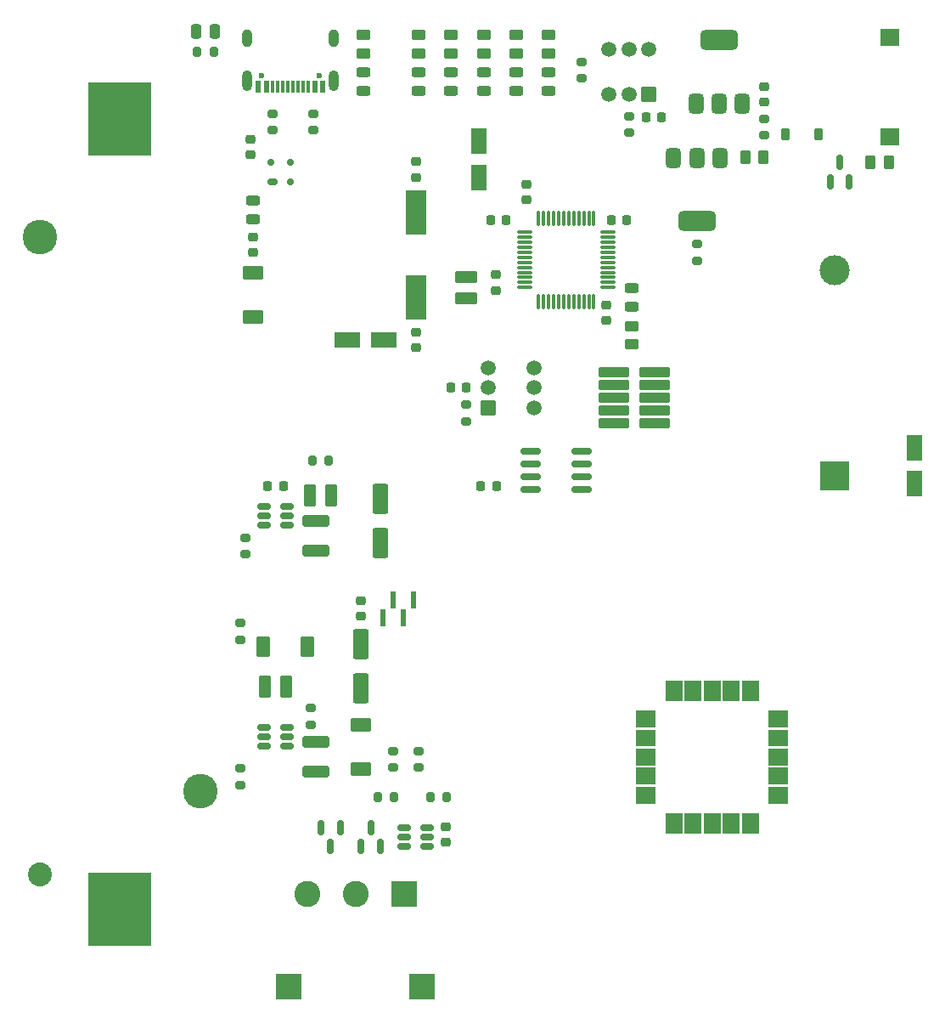
<source format=gbr>
%TF.GenerationSoftware,KiCad,Pcbnew,9.0.0*%
%TF.CreationDate,2025-04-07T01:58:01+02:00*%
%TF.ProjectId,Mastersthesis,4d617374-6572-4737-9468-657369732e6b,0*%
%TF.SameCoordinates,Original*%
%TF.FileFunction,Soldermask,Top*%
%TF.FilePolarity,Negative*%
%FSLAX46Y46*%
G04 Gerber Fmt 4.6, Leading zero omitted, Abs format (unit mm)*
G04 Created by KiCad (PCBNEW 9.0.0) date 2025-04-07 01:58:02*
%MOMM*%
%LPD*%
G01*
G04 APERTURE LIST*
G04 Aperture macros list*
%AMRoundRect*
0 Rectangle with rounded corners*
0 $1 Rounding radius*
0 $2 $3 $4 $5 $6 $7 $8 $9 X,Y pos of 4 corners*
0 Add a 4 corners polygon primitive as box body*
4,1,4,$2,$3,$4,$5,$6,$7,$8,$9,$2,$3,0*
0 Add four circle primitives for the rounded corners*
1,1,$1+$1,$2,$3*
1,1,$1+$1,$4,$5*
1,1,$1+$1,$6,$7*
1,1,$1+$1,$8,$9*
0 Add four rect primitives between the rounded corners*
20,1,$1+$1,$2,$3,$4,$5,0*
20,1,$1+$1,$4,$5,$6,$7,0*
20,1,$1+$1,$6,$7,$8,$9,0*
20,1,$1+$1,$8,$9,$2,$3,0*%
G04 Aperture macros list end*
%ADD10C,0.010000*%
%ADD11RoundRect,0.250000X-0.450000X0.262500X-0.450000X-0.262500X0.450000X-0.262500X0.450000X0.262500X0*%
%ADD12RoundRect,0.102000X0.654000X0.654000X-0.654000X0.654000X-0.654000X-0.654000X0.654000X-0.654000X0*%
%ADD13C,1.512000*%
%ADD14RoundRect,0.150000X-0.150000X0.587500X-0.150000X-0.587500X0.150000X-0.587500X0.150000X0.587500X0*%
%ADD15RoundRect,0.225000X0.225000X0.250000X-0.225000X0.250000X-0.225000X-0.250000X0.225000X-0.250000X0*%
%ADD16RoundRect,0.250000X0.550000X-1.050000X0.550000X1.050000X-0.550000X1.050000X-0.550000X-1.050000X0*%
%ADD17RoundRect,0.250000X-0.375000X-0.850000X0.375000X-0.850000X0.375000X0.850000X-0.375000X0.850000X0*%
%ADD18R,0.600000X1.750000*%
%ADD19RoundRect,0.225000X-0.250000X0.225000X-0.250000X-0.225000X0.250000X-0.225000X0.250000X0.225000X0*%
%ADD20RoundRect,0.243750X0.456250X-0.243750X0.456250X0.243750X-0.456250X0.243750X-0.456250X-0.243750X0*%
%ADD21RoundRect,0.200000X0.200000X0.275000X-0.200000X0.275000X-0.200000X-0.275000X0.200000X-0.275000X0*%
%ADD22RoundRect,0.200000X-0.275000X0.200000X-0.275000X-0.200000X0.275000X-0.200000X0.275000X0.200000X0*%
%ADD23RoundRect,0.200000X0.275000X-0.200000X0.275000X0.200000X-0.275000X0.200000X-0.275000X-0.200000X0*%
%ADD24RoundRect,0.243750X-0.456250X0.243750X-0.456250X-0.243750X0.456250X-0.243750X0.456250X0.243750X0*%
%ADD25RoundRect,0.250000X1.050000X0.550000X-1.050000X0.550000X-1.050000X-0.550000X1.050000X-0.550000X0*%
%ADD26RoundRect,0.250000X1.100000X-0.325000X1.100000X0.325000X-1.100000X0.325000X-1.100000X-0.325000X0*%
%ADD27RoundRect,0.375000X-0.375000X0.625000X-0.375000X-0.625000X0.375000X-0.625000X0.375000X0.625000X0*%
%ADD28RoundRect,0.500000X-1.400000X0.500000X-1.400000X-0.500000X1.400000X-0.500000X1.400000X0.500000X0*%
%ADD29RoundRect,0.225000X-0.225000X-0.250000X0.225000X-0.250000X0.225000X0.250000X-0.225000X0.250000X0*%
%ADD30RoundRect,0.250000X0.262500X0.450000X-0.262500X0.450000X-0.262500X-0.450000X0.262500X-0.450000X0*%
%ADD31C,0.600000*%
%ADD32R,0.600000X1.240000*%
%ADD33R,0.300000X1.240000*%
%ADD34O,1.000000X2.100000*%
%ADD35O,1.000000X1.800000*%
%ADD36RoundRect,0.150000X0.150000X-0.587500X0.150000X0.587500X-0.150000X0.587500X-0.150000X-0.587500X0*%
%ADD37RoundRect,0.225000X0.250000X-0.225000X0.250000X0.225000X-0.250000X0.225000X-0.250000X-0.225000X0*%
%ADD38RoundRect,0.102000X0.654000X-0.654000X0.654000X0.654000X-0.654000X0.654000X-0.654000X-0.654000X0*%
%ADD39RoundRect,0.075000X-0.662500X-0.075000X0.662500X-0.075000X0.662500X0.075000X-0.662500X0.075000X0*%
%ADD40RoundRect,0.075000X-0.075000X-0.662500X0.075000X-0.662500X0.075000X0.662500X-0.075000X0.662500X0*%
%ADD41RoundRect,0.250000X0.375000X0.850000X-0.375000X0.850000X-0.375000X-0.850000X0.375000X-0.850000X0*%
%ADD42RoundRect,0.250000X-0.262500X-0.450000X0.262500X-0.450000X0.262500X0.450000X-0.262500X0.450000X0*%
%ADD43RoundRect,0.225000X-0.225000X-0.375000X0.225000X-0.375000X0.225000X0.375000X-0.225000X0.375000X0*%
%ADD44RoundRect,0.250000X0.450000X-0.262500X0.450000X0.262500X-0.450000X0.262500X-0.450000X-0.262500X0*%
%ADD45R,2.000000X4.500000*%
%ADD46RoundRect,0.175000X0.325000X-0.175000X0.325000X0.175000X-0.325000X0.175000X-0.325000X-0.175000X0*%
%ADD47RoundRect,0.150000X0.150000X-0.200000X0.150000X0.200000X-0.150000X0.200000X-0.150000X-0.200000X0*%
%ADD48RoundRect,0.162500X0.825000X0.162500X-0.825000X0.162500X-0.825000X-0.162500X0.825000X-0.162500X0*%
%ADD49RoundRect,0.102000X-1.395000X0.370000X-1.395000X-0.370000X1.395000X-0.370000X1.395000X0.370000X0*%
%ADD50RoundRect,0.218750X-0.256250X0.218750X-0.256250X-0.218750X0.256250X-0.218750X0.256250X0.218750X0*%
%ADD51RoundRect,0.250000X-0.550000X1.250000X-0.550000X-1.250000X0.550000X-1.250000X0.550000X1.250000X0*%
%ADD52RoundRect,0.250000X0.800000X-0.450000X0.800000X0.450000X-0.800000X0.450000X-0.800000X-0.450000X0*%
%ADD53RoundRect,0.150000X-0.512500X-0.150000X0.512500X-0.150000X0.512500X0.150000X-0.512500X0.150000X0*%
%ADD54RoundRect,0.102000X0.850000X0.750000X-0.850000X0.750000X-0.850000X-0.750000X0.850000X-0.750000X0*%
%ADD55RoundRect,0.200000X-0.200000X-0.275000X0.200000X-0.275000X0.200000X0.275000X-0.200000X0.275000X0*%
%ADD56R,2.600000X2.600000*%
%ADD57C,2.600000*%
%ADD58RoundRect,0.250000X0.250000X0.475000X-0.250000X0.475000X-0.250000X-0.475000X0.250000X-0.475000X0*%
%ADD59R,3.000000X3.000000*%
%ADD60C,3.000000*%
%ADD61RoundRect,0.250000X-0.850000X0.375000X-0.850000X-0.375000X0.850000X-0.375000X0.850000X0.375000X0*%
%ADD62RoundRect,0.250000X0.450000X0.800000X-0.450000X0.800000X-0.450000X-0.800000X0.450000X-0.800000X0*%
%ADD63RoundRect,0.250000X-0.800000X0.450000X-0.800000X-0.450000X0.800000X-0.450000X0.800000X0.450000X0*%
%ADD64C,2.390000*%
%ADD65C,3.450000*%
%ADD66R,6.350000X7.340000*%
%ADD67RoundRect,0.375000X0.375000X-0.625000X0.375000X0.625000X-0.375000X0.625000X-0.375000X-0.625000X0*%
%ADD68RoundRect,0.500000X1.400000X-0.500000X1.400000X0.500000X-1.400000X0.500000X-1.400000X-0.500000X0*%
G04 APERTURE END LIST*
D10*
%TO.C,U5*%
X138850000Y-111500000D02*
X136950000Y-111500000D01*
X136950000Y-109900000D01*
X138850000Y-109900000D01*
X138850000Y-111500000D01*
G36*
X138850000Y-111500000D02*
G01*
X136950000Y-111500000D01*
X136950000Y-109900000D01*
X138850000Y-109900000D01*
X138850000Y-111500000D01*
G37*
X138850000Y-113400000D02*
X136950000Y-113400000D01*
X136950000Y-111800000D01*
X138850000Y-111800000D01*
X138850000Y-113400000D01*
G36*
X138850000Y-113400000D02*
G01*
X136950000Y-113400000D01*
X136950000Y-111800000D01*
X138850000Y-111800000D01*
X138850000Y-113400000D01*
G37*
X138850000Y-115300000D02*
X136950000Y-115300000D01*
X136950000Y-113700000D01*
X138850000Y-113700000D01*
X138850000Y-115300000D01*
G36*
X138850000Y-115300000D02*
G01*
X136950000Y-115300000D01*
X136950000Y-113700000D01*
X138850000Y-113700000D01*
X138850000Y-115300000D01*
G37*
X138850000Y-117200000D02*
X136950000Y-117200000D01*
X136950000Y-115600000D01*
X138850000Y-115600000D01*
X138850000Y-117200000D01*
G36*
X138850000Y-117200000D02*
G01*
X136950000Y-117200000D01*
X136950000Y-115600000D01*
X138850000Y-115600000D01*
X138850000Y-117200000D01*
G37*
X138850000Y-119100000D02*
X136950000Y-119100000D01*
X136950000Y-117500000D01*
X138850000Y-117500000D01*
X138850000Y-119100000D01*
G36*
X138850000Y-119100000D02*
G01*
X136950000Y-119100000D01*
X136950000Y-117500000D01*
X138850000Y-117500000D01*
X138850000Y-119100000D01*
G37*
X141500000Y-108850000D02*
X139900000Y-108850000D01*
X139900000Y-106950000D01*
X141500000Y-106950000D01*
X141500000Y-108850000D01*
G36*
X141500000Y-108850000D02*
G01*
X139900000Y-108850000D01*
X139900000Y-106950000D01*
X141500000Y-106950000D01*
X141500000Y-108850000D01*
G37*
X141500000Y-122050000D02*
X139900000Y-122050000D01*
X139900000Y-120150000D01*
X141500000Y-120150000D01*
X141500000Y-122050000D01*
G36*
X141500000Y-122050000D02*
G01*
X139900000Y-122050000D01*
X139900000Y-120150000D01*
X141500000Y-120150000D01*
X141500000Y-122050000D01*
G37*
X143400000Y-108850000D02*
X141800000Y-108850000D01*
X141800000Y-106950000D01*
X143400000Y-106950000D01*
X143400000Y-108850000D01*
G36*
X143400000Y-108850000D02*
G01*
X141800000Y-108850000D01*
X141800000Y-106950000D01*
X143400000Y-106950000D01*
X143400000Y-108850000D01*
G37*
X143400000Y-122050000D02*
X141800000Y-122050000D01*
X141800000Y-120150000D01*
X143400000Y-120150000D01*
X143400000Y-122050000D01*
G36*
X143400000Y-122050000D02*
G01*
X141800000Y-122050000D01*
X141800000Y-120150000D01*
X143400000Y-120150000D01*
X143400000Y-122050000D01*
G37*
X145300000Y-108850000D02*
X143700000Y-108850000D01*
X143700000Y-106950000D01*
X145300000Y-106950000D01*
X145300000Y-108850000D01*
G36*
X145300000Y-108850000D02*
G01*
X143700000Y-108850000D01*
X143700000Y-106950000D01*
X145300000Y-106950000D01*
X145300000Y-108850000D01*
G37*
X145300000Y-122050000D02*
X143700000Y-122050000D01*
X143700000Y-120150000D01*
X145300000Y-120150000D01*
X145300000Y-122050000D01*
G36*
X145300000Y-122050000D02*
G01*
X143700000Y-122050000D01*
X143700000Y-120150000D01*
X145300000Y-120150000D01*
X145300000Y-122050000D01*
G37*
X147200000Y-108850000D02*
X145600000Y-108850000D01*
X145600000Y-106950000D01*
X147200000Y-106950000D01*
X147200000Y-108850000D01*
G36*
X147200000Y-108850000D02*
G01*
X145600000Y-108850000D01*
X145600000Y-106950000D01*
X147200000Y-106950000D01*
X147200000Y-108850000D01*
G37*
X147200000Y-122050000D02*
X145600000Y-122050000D01*
X145600000Y-120150000D01*
X147200000Y-120150000D01*
X147200000Y-122050000D01*
G36*
X147200000Y-122050000D02*
G01*
X145600000Y-122050000D01*
X145600000Y-120150000D01*
X147200000Y-120150000D01*
X147200000Y-122050000D01*
G37*
X149100000Y-108850000D02*
X147500000Y-108850000D01*
X147500000Y-106950000D01*
X149100000Y-106950000D01*
X149100000Y-108850000D01*
G36*
X149100000Y-108850000D02*
G01*
X147500000Y-108850000D01*
X147500000Y-106950000D01*
X149100000Y-106950000D01*
X149100000Y-108850000D01*
G37*
X149100000Y-122050000D02*
X147500000Y-122050000D01*
X147500000Y-120150000D01*
X149100000Y-120150000D01*
X149100000Y-122050000D01*
G36*
X149100000Y-122050000D02*
G01*
X147500000Y-122050000D01*
X147500000Y-120150000D01*
X149100000Y-120150000D01*
X149100000Y-122050000D01*
G37*
X152050000Y-111500000D02*
X150150000Y-111500000D01*
X150150000Y-109900000D01*
X152050000Y-109900000D01*
X152050000Y-111500000D01*
G36*
X152050000Y-111500000D02*
G01*
X150150000Y-111500000D01*
X150150000Y-109900000D01*
X152050000Y-109900000D01*
X152050000Y-111500000D01*
G37*
X152050000Y-113400000D02*
X150150000Y-113400000D01*
X150150000Y-111800000D01*
X152050000Y-111800000D01*
X152050000Y-113400000D01*
G36*
X152050000Y-113400000D02*
G01*
X150150000Y-113400000D01*
X150150000Y-111800000D01*
X152050000Y-111800000D01*
X152050000Y-113400000D01*
G37*
X152050000Y-115300000D02*
X150150000Y-115300000D01*
X150150000Y-113700000D01*
X152050000Y-113700000D01*
X152050000Y-115300000D01*
G36*
X152050000Y-115300000D02*
G01*
X150150000Y-115300000D01*
X150150000Y-113700000D01*
X152050000Y-113700000D01*
X152050000Y-115300000D01*
G37*
X152050000Y-117200000D02*
X150150000Y-117200000D01*
X150150000Y-115600000D01*
X152050000Y-115600000D01*
X152050000Y-117200000D01*
G36*
X152050000Y-117200000D02*
G01*
X150150000Y-117200000D01*
X150150000Y-115600000D01*
X152050000Y-115600000D01*
X152050000Y-117200000D01*
G37*
X152050000Y-119100000D02*
X150150000Y-119100000D01*
X150150000Y-117500000D01*
X152050000Y-117500000D01*
X152050000Y-119100000D01*
G36*
X152050000Y-119100000D02*
G01*
X150150000Y-119100000D01*
X150150000Y-117500000D01*
X152050000Y-117500000D01*
X152050000Y-119100000D01*
G37*
%TD*%
D11*
%TO.C,R21*%
X128250000Y-42587500D03*
X128250000Y-44412500D03*
%TD*%
D12*
%TO.C,S1*%
X138250000Y-48500000D03*
D13*
X136250000Y-48500000D03*
X134250000Y-48500000D03*
X138250000Y-44000000D03*
X136250000Y-44000000D03*
X134250000Y-44000000D03*
%TD*%
D14*
%TO.C,Q1*%
X107450000Y-121562500D03*
X105550000Y-121562500D03*
X106500000Y-123437500D03*
%TD*%
D15*
%TO.C,C23*%
X139525000Y-50750000D03*
X137975000Y-50750000D03*
%TD*%
D11*
%TO.C,R26*%
X109750000Y-42587500D03*
X109750000Y-44412500D03*
%TD*%
D16*
%TO.C,C19*%
X164750000Y-87300000D03*
X164750000Y-83700000D03*
%TD*%
D17*
%TO.C,L2*%
X104425000Y-88500000D03*
X106575000Y-88500000D03*
%TD*%
D18*
%TO.C,J2*%
X114750000Y-98875000D03*
X113750000Y-100625000D03*
X112750000Y-98875000D03*
X111750000Y-100625000D03*
%TD*%
D19*
%TO.C,C9*%
X118000000Y-121475000D03*
X118000000Y-123025000D03*
%TD*%
D20*
%TO.C,D6*%
X136500000Y-69687500D03*
X136500000Y-67812500D03*
%TD*%
D21*
%TO.C,R10*%
X112825000Y-118500000D03*
X111175000Y-118500000D03*
%TD*%
D22*
%TO.C,R18*%
X136250000Y-50675000D03*
X136250000Y-52325000D03*
%TD*%
D23*
%TO.C,R13*%
X149750000Y-52575000D03*
X149750000Y-50925000D03*
%TD*%
D24*
%TO.C,D10*%
X118500000Y-46312500D03*
X118500000Y-48187500D03*
%TD*%
D11*
%TO.C,R23*%
X121750000Y-42587500D03*
X121750000Y-44412500D03*
%TD*%
D24*
%TO.C,D9*%
X121750000Y-46312500D03*
X121750000Y-48187500D03*
%TD*%
D25*
%TO.C,C8*%
X111800000Y-73000000D03*
X108200000Y-73000000D03*
%TD*%
D26*
%TO.C,C5*%
X105000000Y-115975000D03*
X105000000Y-113025000D03*
%TD*%
D15*
%TO.C,C16*%
X136025000Y-61000000D03*
X134475000Y-61000000D03*
%TD*%
D27*
%TO.C,Q5*%
X145300000Y-54850000D03*
X143000000Y-54850000D03*
D28*
X143000000Y-61150000D03*
D27*
X140700000Y-54850000D03*
%TD*%
D29*
%TO.C,C2*%
X121475000Y-87500000D03*
X123025000Y-87500000D03*
%TD*%
D30*
%TO.C,R14*%
X149662500Y-54750000D03*
X147837500Y-54750000D03*
%TD*%
D11*
%TO.C,R24*%
X118500000Y-42587500D03*
X118500000Y-44412500D03*
%TD*%
D23*
%TO.C,R9*%
X115250000Y-115575000D03*
X115250000Y-113925000D03*
%TD*%
%TO.C,R8*%
X112740000Y-115575000D03*
X112740000Y-113925000D03*
%TD*%
D24*
%TO.C,D12*%
X109750000Y-46312500D03*
X109750000Y-48187500D03*
%TD*%
D22*
%TO.C,R5*%
X104500000Y-109675000D03*
X104500000Y-111325000D03*
%TD*%
D31*
%TO.C,J3*%
X105390000Y-46605000D03*
X99610000Y-46605000D03*
D32*
X105700000Y-47725000D03*
X104900000Y-47725000D03*
D33*
X103750000Y-47725000D03*
X102750000Y-47725000D03*
X102250000Y-47725000D03*
X101250000Y-47725000D03*
D32*
X100100000Y-47725000D03*
X99300000Y-47725000D03*
X99300000Y-47725000D03*
X100100000Y-47725000D03*
D33*
X100750000Y-47725000D03*
X101750000Y-47725000D03*
X103250000Y-47725000D03*
X104250000Y-47725000D03*
D32*
X104900000Y-47725000D03*
X105700000Y-47725000D03*
D34*
X106820000Y-47125000D03*
D35*
X106820000Y-42925000D03*
D34*
X98180000Y-47125000D03*
D35*
X98180000Y-42925000D03*
%TD*%
D36*
%TO.C,Q3*%
X156300000Y-57187500D03*
X158200000Y-57187500D03*
X157250000Y-55312500D03*
%TD*%
D37*
%TO.C,C21*%
X98500000Y-54525000D03*
X98500000Y-52975000D03*
%TD*%
D15*
%TO.C,C1*%
X101775000Y-87500000D03*
X100225000Y-87500000D03*
%TD*%
D38*
%TO.C,S2*%
X122250000Y-79750000D03*
D13*
X122250000Y-77750000D03*
X122250000Y-75750000D03*
X126750000Y-79750000D03*
X126750000Y-77750000D03*
X126750000Y-75750000D03*
%TD*%
D22*
%TO.C,R17*%
X100750000Y-50425000D03*
X100750000Y-52075000D03*
%TD*%
D29*
%TO.C,C15*%
X122475000Y-61000000D03*
X124025000Y-61000000D03*
%TD*%
D22*
%TO.C,R11*%
X131500000Y-45250000D03*
X131500000Y-46900000D03*
%TD*%
D39*
%TO.C,U4*%
X125837500Y-62250000D03*
X125837500Y-62750000D03*
X125837500Y-63250000D03*
X125837500Y-63750000D03*
X125837500Y-64250000D03*
X125837500Y-64750000D03*
X125837500Y-65250000D03*
X125837500Y-65750000D03*
X125837500Y-66250000D03*
X125837500Y-66750000D03*
X125837500Y-67250000D03*
X125837500Y-67750000D03*
D40*
X127250000Y-69162500D03*
X127750000Y-69162500D03*
X128250000Y-69162500D03*
X128750000Y-69162500D03*
X129250000Y-69162500D03*
X129750000Y-69162500D03*
X130250000Y-69162500D03*
X130750000Y-69162500D03*
X131250000Y-69162500D03*
X131750000Y-69162500D03*
X132250000Y-69162500D03*
X132750000Y-69162500D03*
D39*
X134162500Y-67750000D03*
X134162500Y-67250000D03*
X134162500Y-66750000D03*
X134162500Y-66250000D03*
X134162500Y-65750000D03*
X134162500Y-65250000D03*
X134162500Y-64750000D03*
X134162500Y-64250000D03*
X134162500Y-63750000D03*
X134162500Y-63250000D03*
X134162500Y-62750000D03*
X134162500Y-62250000D03*
D40*
X132750000Y-60837500D03*
X132250000Y-60837500D03*
X131750000Y-60837500D03*
X131250000Y-60837500D03*
X130750000Y-60837500D03*
X130250000Y-60837500D03*
X129750000Y-60837500D03*
X129250000Y-60837500D03*
X128750000Y-60837500D03*
X128250000Y-60837500D03*
X127750000Y-60837500D03*
X127250000Y-60837500D03*
%TD*%
D41*
%TO.C,L1*%
X102075000Y-107500000D03*
X99925000Y-107500000D03*
%TD*%
D11*
%TO.C,R25*%
X115250000Y-42587500D03*
X115250000Y-44412500D03*
%TD*%
D24*
%TO.C,D7*%
X128250000Y-46312500D03*
X128250000Y-48187500D03*
%TD*%
D37*
%TO.C,C14*%
X115000000Y-73775000D03*
X115000000Y-72225000D03*
%TD*%
D42*
%TO.C,R12*%
X160337500Y-55250000D03*
X162162500Y-55250000D03*
%TD*%
D43*
%TO.C,D4*%
X151850000Y-52500000D03*
X155150000Y-52500000D03*
%TD*%
D36*
%TO.C,Q2*%
X109550000Y-123437500D03*
X111450000Y-123437500D03*
X110500000Y-121562500D03*
%TD*%
D16*
%TO.C,C12*%
X121250000Y-56800000D03*
X121250000Y-53200000D03*
%TD*%
D22*
%TO.C,R4*%
X98000000Y-92675000D03*
X98000000Y-94325000D03*
%TD*%
D19*
%TO.C,C11*%
X115000000Y-55225000D03*
X115000000Y-56775000D03*
%TD*%
D44*
%TO.C,R20*%
X136500000Y-73412500D03*
X136500000Y-71587500D03*
%TD*%
D45*
%TO.C,Y1*%
X115000000Y-68750000D03*
X115000000Y-60250000D03*
%TD*%
D46*
%TO.C,D5*%
X100750000Y-57250000D03*
D47*
X102450000Y-57250000D03*
X102450000Y-55250000D03*
X100550000Y-55250000D03*
%TD*%
D48*
%TO.C,M1*%
X131537500Y-87905000D03*
X131537500Y-86635000D03*
X131537500Y-85365000D03*
X131537500Y-84095000D03*
X126462500Y-84095000D03*
X126462500Y-85365000D03*
X126462500Y-86635000D03*
X126462500Y-87905000D03*
%TD*%
D22*
%TO.C,R16*%
X104750000Y-50425000D03*
X104750000Y-52075000D03*
%TD*%
D19*
%TO.C,C18*%
X126000000Y-57475000D03*
X126000000Y-59025000D03*
%TD*%
D49*
%TO.C,J1*%
X134715000Y-76210000D03*
X138785000Y-76210000D03*
X134715000Y-77480000D03*
X138785000Y-77480000D03*
X134715000Y-78750000D03*
X138785000Y-78750000D03*
X134715000Y-80020000D03*
X138785000Y-80020000D03*
X134715000Y-81290000D03*
X138785000Y-81290000D03*
%TD*%
D24*
%TO.C,F1*%
X98750000Y-59062500D03*
X98750000Y-60937500D03*
%TD*%
D50*
%TO.C,FB1*%
X98750000Y-62712500D03*
X98750000Y-64287500D03*
%TD*%
D24*
%TO.C,D8*%
X125000000Y-46312500D03*
X125000000Y-48187500D03*
%TD*%
D22*
%TO.C,R1*%
X120000000Y-79425000D03*
X120000000Y-81075000D03*
%TD*%
D51*
%TO.C,C4*%
X111500000Y-88800000D03*
X111500000Y-93200000D03*
%TD*%
D19*
%TO.C,C20*%
X149750000Y-47725000D03*
X149750000Y-49275000D03*
%TD*%
D23*
%TO.C,R15*%
X143000000Y-65075000D03*
X143000000Y-63425000D03*
%TD*%
D19*
%TO.C,C13*%
X109500000Y-98975000D03*
X109500000Y-100525000D03*
%TD*%
D52*
%TO.C,D1*%
X98750000Y-70700000D03*
X98750000Y-66300000D03*
%TD*%
D53*
%TO.C,U3*%
X113862500Y-121550000D03*
X113862500Y-122500000D03*
X113862500Y-123450000D03*
X116137500Y-123450000D03*
X116137500Y-122500000D03*
X116137500Y-121550000D03*
%TD*%
D23*
%TO.C,R6*%
X97500000Y-117325000D03*
X97500000Y-115675000D03*
%TD*%
D53*
%TO.C,U2*%
X99862500Y-111550000D03*
X99862500Y-112500000D03*
X99862500Y-113450000D03*
X102137500Y-113450000D03*
X102137500Y-112500000D03*
X102137500Y-111550000D03*
%TD*%
D37*
%TO.C,C10*%
X123000000Y-68025000D03*
X123000000Y-66475000D03*
%TD*%
D11*
%TO.C,R22*%
X125000000Y-42587500D03*
X125000000Y-44412500D03*
%TD*%
D53*
%TO.C,U1*%
X99862500Y-89550000D03*
X99862500Y-90500000D03*
X99862500Y-91450000D03*
X102137500Y-91450000D03*
X102137500Y-90500000D03*
X102137500Y-89550000D03*
%TD*%
D26*
%TO.C,C3*%
X105000000Y-93975000D03*
X105000000Y-91025000D03*
%TD*%
D29*
%TO.C,C7*%
X118475000Y-77750000D03*
X120025000Y-77750000D03*
%TD*%
D37*
%TO.C,C17*%
X134000000Y-71025000D03*
X134000000Y-69475000D03*
%TD*%
D51*
%TO.C,C6*%
X109500000Y-103300000D03*
X109500000Y-107700000D03*
%TD*%
D54*
%TO.C,BZ1*%
X162250000Y-52700000D03*
X162250000Y-42800000D03*
%TD*%
D55*
%TO.C,R2*%
X104675000Y-85000000D03*
X106325000Y-85000000D03*
%TD*%
D56*
%TO.C,SW3*%
X113800000Y-128200000D03*
D57*
X109000000Y-128200000D03*
X104200000Y-128200000D03*
D56*
X115650000Y-137400000D03*
X102350000Y-137400000D03*
%TD*%
D55*
%TO.C,R7*%
X116425000Y-118500000D03*
X118075000Y-118500000D03*
%TD*%
D58*
%TO.C,C22*%
X94950000Y-42250000D03*
X93050000Y-42250000D03*
%TD*%
D21*
%TO.C,R19*%
X94825000Y-44250000D03*
X93175000Y-44250000D03*
%TD*%
D59*
%TO.C,BT2*%
X156749999Y-86500001D03*
D60*
X156749999Y-66010001D03*
%TD*%
D61*
%TO.C,L3*%
X120000000Y-66675000D03*
X120000000Y-68825000D03*
%TD*%
D62*
%TO.C,D2*%
X104200000Y-103500000D03*
X99800000Y-103500000D03*
%TD*%
D63*
%TO.C,D3*%
X109500000Y-111300000D03*
X109500000Y-115700000D03*
%TD*%
D64*
%TO.C,BT1*%
X77500000Y-126260000D03*
D65*
X93500000Y-117930000D03*
X77500000Y-62730000D03*
D66*
X85500000Y-129660000D03*
X85500000Y-51000000D03*
%TD*%
D23*
%TO.C,R3*%
X97500000Y-102825000D03*
X97500000Y-101175000D03*
%TD*%
D24*
%TO.C,D11*%
X115250000Y-46312500D03*
X115250000Y-48187500D03*
%TD*%
D67*
%TO.C,Q4*%
X142950000Y-49400000D03*
X145250000Y-49400000D03*
D68*
X145250000Y-43100000D03*
D67*
X147550000Y-49400000D03*
%TD*%
M02*

</source>
